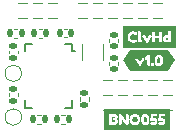
<source format=gbr>
%TF.GenerationSoftware,KiCad,Pcbnew,7.0.9-7.0.9~ubuntu22.04.1*%
%TF.CreationDate,2023-12-31T14:54:58+00:00*%
%TF.ProjectId,IMU_BNO085,494d555f-424e-44f3-9038-352e6b696361,rev?*%
%TF.SameCoordinates,Original*%
%TF.FileFunction,Legend,Top*%
%TF.FilePolarity,Positive*%
%FSLAX46Y46*%
G04 Gerber Fmt 4.6, Leading zero omitted, Abs format (unit mm)*
G04 Created by KiCad (PCBNEW 7.0.9-7.0.9~ubuntu22.04.1) date 2023-12-31 14:54:58*
%MOMM*%
%LPD*%
G01*
G04 APERTURE LIST*
G04 Aperture macros list*
%AMRoundRect*
0 Rectangle with rounded corners*
0 $1 Rounding radius*
0 $2 $3 $4 $5 $6 $7 $8 $9 X,Y pos of 4 corners*
0 Add a 4 corners polygon primitive as box body*
4,1,4,$2,$3,$4,$5,$6,$7,$8,$9,$2,$3,0*
0 Add four circle primitives for the rounded corners*
1,1,$1+$1,$2,$3*
1,1,$1+$1,$4,$5*
1,1,$1+$1,$6,$7*
1,1,$1+$1,$8,$9*
0 Add four rect primitives between the rounded corners*
20,1,$1+$1,$2,$3,$4,$5,0*
20,1,$1+$1,$4,$5,$6,$7,0*
20,1,$1+$1,$6,$7,$8,$9,0*
20,1,$1+$1,$8,$9,$2,$3,0*%
G04 Aperture macros list end*
%ADD10C,0.120000*%
%ADD11C,0.152400*%
%ADD12C,1.000000*%
%ADD13R,1.000000X1.000000*%
%ADD14RoundRect,0.135000X0.135000X0.185000X-0.135000X0.185000X-0.135000X-0.185000X0.135000X-0.185000X0*%
%ADD15RoundRect,0.135000X-0.185000X0.135000X-0.185000X-0.135000X0.185000X-0.135000X0.185000X0.135000X0*%
%ADD16RoundRect,0.135000X-0.135000X-0.185000X0.135000X-0.185000X0.135000X0.185000X-0.135000X0.185000X0*%
%ADD17R,0.500000X0.300000*%
%ADD18R,0.300000X0.500000*%
%ADD19RoundRect,0.140000X0.170000X-0.140000X0.170000X0.140000X-0.170000X0.140000X-0.170000X-0.140000X0*%
%ADD20RoundRect,0.140000X-0.170000X0.140000X-0.170000X-0.140000X0.170000X-0.140000X0.170000X0.140000X0*%
%ADD21RoundRect,0.140000X0.140000X0.170000X-0.140000X0.170000X-0.140000X-0.170000X0.140000X-0.170000X0*%
%ADD22RoundRect,0.135000X0.185000X-0.135000X0.185000X0.135000X-0.185000X0.135000X-0.185000X-0.135000X0*%
%ADD23R,1.800000X1.000000*%
G04 APERTURE END LIST*
D10*
%TO.C,TP2*%
X111700000Y-104500000D02*
G75*
G03*
X111700000Y-104500000I-700000J0D01*
G01*
%TO.C,TP1*%
X111700000Y-100800000D02*
G75*
G03*
X111700000Y-100800000I-700000J0D01*
G01*
%TO.C,J10*%
X123596000Y-94865000D02*
X122834000Y-94865000D01*
X123596000Y-96135000D02*
X122834000Y-96135000D01*
%TO.C,J19*%
X119376000Y-101365000D02*
X118614000Y-101365000D01*
X119376000Y-102635000D02*
X118614000Y-102635000D01*
%TO.C,J17*%
X118516000Y-94865000D02*
X117754000Y-94865000D01*
X118516000Y-96135000D02*
X117754000Y-96135000D01*
%TO.C,J9*%
X121916000Y-102635000D02*
X121154000Y-102635000D01*
X121916000Y-103905000D02*
X121154000Y-103905000D01*
%TO.C,J12*%
X120646000Y-102635000D02*
X119884000Y-102635000D01*
X120646000Y-103905000D02*
X119884000Y-103905000D01*
%TO.C,J6*%
X121916000Y-101365000D02*
X121154000Y-101365000D01*
X121916000Y-102635000D02*
X121154000Y-102635000D01*
%TO.C,J8*%
X124456000Y-101365000D02*
X123694000Y-101365000D01*
X124456000Y-102635000D02*
X123694000Y-102635000D01*
%TO.C,J18*%
X119786000Y-94865000D02*
X119024000Y-94865000D01*
X119786000Y-96135000D02*
X119024000Y-96135000D01*
%TO.C,J5*%
X120646000Y-101365000D02*
X119884000Y-101365000D01*
X120646000Y-102635000D02*
X119884000Y-102635000D01*
%TO.C,J1*%
X113436000Y-94865000D02*
X112674000Y-94865000D01*
X113436000Y-96135000D02*
X112674000Y-96135000D01*
%TO.C,J4*%
X114706000Y-94865000D02*
X113944000Y-94865000D01*
X114706000Y-96135000D02*
X113944000Y-96135000D01*
%TO.C,J15*%
X112166000Y-94865000D02*
X111404000Y-94865000D01*
X112166000Y-96135000D02*
X111404000Y-96135000D01*
%TO.C,J11*%
X119376000Y-102635000D02*
X118614000Y-102635000D01*
X119376000Y-103905000D02*
X118614000Y-103905000D01*
%TO.C,J16*%
X117246000Y-94865000D02*
X116484000Y-94865000D01*
X117246000Y-96135000D02*
X116484000Y-96135000D01*
%TO.C,J7*%
X123186000Y-101365000D02*
X122424000Y-101365000D01*
X123186000Y-102635000D02*
X122424000Y-102635000D01*
%TO.C,J13*%
X121056000Y-94865000D02*
X120294000Y-94865000D01*
X121056000Y-96135000D02*
X120294000Y-96135000D01*
%TO.C,J2*%
X124456000Y-102635000D02*
X123694000Y-102635000D01*
X124456000Y-103905000D02*
X123694000Y-103905000D01*
%TO.C,J14*%
X122326000Y-94865000D02*
X121564000Y-94865000D01*
X122326000Y-96135000D02*
X121564000Y-96135000D01*
%TO.C,J3*%
X123186000Y-102635000D02*
X122424000Y-102635000D01*
X123186000Y-103905000D02*
X122424000Y-103905000D01*
%TO.C,kibuzzard-65916B8F*%
G36*
X124701192Y-99700000D02*
G01*
X124098083Y-100604663D01*
X123674750Y-100604663D01*
X123321690Y-100604663D01*
X122791465Y-100604663D01*
X122469520Y-100604663D01*
X121713235Y-100604663D01*
X121325250Y-100604663D01*
X120901917Y-100604663D01*
X120298808Y-99700000D01*
X120369081Y-99594590D01*
X121325250Y-99594590D01*
X121350650Y-99663170D01*
X121614810Y-100115290D01*
X121626240Y-100129260D01*
X121661165Y-100156565D01*
X121713235Y-100169900D01*
X121768480Y-100152755D01*
X121809120Y-100114020D01*
X122072010Y-99663170D01*
X122097410Y-99593320D01*
X122080900Y-99550140D01*
X122056135Y-99529820D01*
X122135510Y-99529820D01*
X122175515Y-99608560D01*
X122252350Y-99653010D01*
X122341250Y-99613640D01*
X122357760Y-99598400D01*
X122357760Y-100051790D01*
X122359665Y-100098145D01*
X122371730Y-100133070D01*
X122405702Y-100157835D01*
X122469520Y-100166090D01*
X122534925Y-100157517D01*
X122568580Y-100131800D01*
X122580645Y-100098145D01*
X122582550Y-100054330D01*
X122582550Y-100049250D01*
X122665100Y-100049250D01*
X122689865Y-100140690D01*
X122727647Y-100158788D01*
X122791465Y-100164820D01*
X122853854Y-100155613D01*
X122887350Y-100127990D01*
X122900685Y-100093065D01*
X122902590Y-100047980D01*
X122902590Y-100042900D01*
X122881000Y-99954000D01*
X122839884Y-99933998D01*
X122774955Y-99927330D01*
X122712566Y-99936855D01*
X122679070Y-99965430D01*
X122667005Y-99999720D01*
X122665100Y-100044170D01*
X122665100Y-100049250D01*
X122582550Y-100049250D01*
X122582550Y-99698730D01*
X122966090Y-99698730D01*
X122970182Y-99787771D01*
X122982459Y-99870321D01*
X123002920Y-99946380D01*
X123030384Y-100010198D01*
X123064515Y-100064490D01*
X123109282Y-100110051D01*
X123168655Y-100147675D01*
X123240251Y-100172916D01*
X123321690Y-100181330D01*
X123402811Y-100173075D01*
X123473455Y-100148310D01*
X123531716Y-100110845D01*
X123575690Y-100064490D01*
X123619029Y-99991227D01*
X123649985Y-99906058D01*
X123668559Y-99808982D01*
X123674750Y-99700000D01*
X123670517Y-99616039D01*
X123657817Y-99535182D01*
X123636650Y-99457430D01*
X123610139Y-99393295D01*
X123576325Y-99338050D01*
X123531875Y-99291378D01*
X123473455Y-99252960D01*
X123402494Y-99227242D01*
X123320420Y-99218670D01*
X123238029Y-99227401D01*
X123166115Y-99253595D01*
X123106901Y-99292647D01*
X123062610Y-99339955D01*
X123027526Y-99401074D01*
X122995935Y-99481560D01*
X122979354Y-99545766D01*
X122969406Y-99618156D01*
X122966090Y-99698730D01*
X122582550Y-99698730D01*
X122582550Y-99346940D01*
X122576200Y-99279630D01*
X122558420Y-99252325D01*
X122525400Y-99237720D01*
X122465075Y-99231370D01*
X122393320Y-99264390D01*
X122389510Y-99266930D01*
X122181230Y-99454890D01*
X122135510Y-99529820D01*
X122056135Y-99529820D01*
X122031370Y-99509500D01*
X121961520Y-99482830D01*
X121920880Y-99493625D01*
X121898655Y-99515215D01*
X121877700Y-99550140D01*
X121711330Y-99870180D01*
X121544960Y-99550140D01*
X121511305Y-99498705D01*
X121467490Y-99481560D01*
X121391290Y-99509500D01*
X121341760Y-99550458D01*
X121325250Y-99594590D01*
X120369081Y-99594590D01*
X120901917Y-98795337D01*
X121325250Y-98795337D01*
X123674750Y-98795337D01*
X124098083Y-98795337D01*
X124701192Y-99700000D01*
G37*
G36*
X123377094Y-99459414D02*
G01*
X123417575Y-99507278D01*
X123441864Y-99587049D01*
X123449960Y-99698730D01*
X123449960Y-99706350D01*
X123441784Y-99815253D01*
X123417257Y-99893040D01*
X123376379Y-99939713D01*
X123319150Y-99955270D01*
X123263032Y-99939276D01*
X123222947Y-99891294D01*
X123198897Y-99811323D01*
X123190880Y-99699365D01*
X123198976Y-99587407D01*
X123223265Y-99507436D01*
X123263746Y-99459454D01*
X123320420Y-99443460D01*
X123377094Y-99459414D01*
G37*
%TO.C,kibuzzard-65916AA3*%
G36*
X124070355Y-97775565D02*
G01*
X124100200Y-97852400D01*
X124069085Y-97927965D01*
X123990980Y-97962255D01*
X123910970Y-97927965D01*
X123877950Y-97851765D01*
X123908430Y-97774930D01*
X123989710Y-97740005D01*
X124070355Y-97775565D01*
G37*
G36*
X124749593Y-98621808D02*
G01*
X124326260Y-98621808D01*
X124204975Y-98621808D01*
X123453770Y-98621808D01*
X122326645Y-98621808D01*
X121819280Y-98621808D01*
X121159515Y-98621808D01*
X120673740Y-98621808D01*
X120250407Y-98621808D01*
X120250407Y-97715875D01*
X120673740Y-97715875D01*
X120682154Y-97811284D01*
X120707395Y-97899390D01*
X120745654Y-97976225D01*
X120793120Y-98037820D01*
X120848524Y-98087668D01*
X120910595Y-98129260D01*
X120975047Y-98161328D01*
X121037595Y-98182600D01*
X121098872Y-98194506D01*
X121159515Y-98198475D01*
X121220951Y-98193395D01*
X121284610Y-98178155D01*
X121370335Y-98145135D01*
X121414150Y-98118465D01*
X121454155Y-98086715D01*
X121471300Y-98042265D01*
X121443360Y-97971145D01*
X121399227Y-97917805D01*
X121555120Y-97917805D01*
X121564010Y-98035280D01*
X121590680Y-98115925D01*
X121637035Y-98158153D01*
X121717680Y-98180695D01*
X121819280Y-98186410D01*
X121875160Y-98173075D01*
X121894210Y-98139737D01*
X121900560Y-98075285D01*
X121875160Y-97985115D01*
X121853570Y-97974320D01*
X121818645Y-97972415D01*
X121784990Y-97960350D01*
X121777370Y-97902565D01*
X121777370Y-97616815D01*
X121938660Y-97616815D01*
X121964060Y-97685395D01*
X122228220Y-98137515D01*
X122239650Y-98151485D01*
X122274575Y-98178790D01*
X122326645Y-98192125D01*
X122381890Y-98174980D01*
X122422530Y-98136245D01*
X122460297Y-98071475D01*
X122780670Y-98071475D01*
X122788290Y-98137515D01*
X122821945Y-98172757D01*
X122892430Y-98184505D01*
X122957835Y-98175933D01*
X122991490Y-98150215D01*
X123003555Y-98116560D01*
X123005460Y-98072745D01*
X123005460Y-97813665D01*
X123342010Y-97813665D01*
X123342010Y-98071475D01*
X123349630Y-98137515D01*
X123383285Y-98172757D01*
X123453770Y-98184505D01*
X123519175Y-98175933D01*
X123552830Y-98150215D01*
X123564895Y-98116560D01*
X123566800Y-98072745D01*
X123566800Y-97851130D01*
X123655700Y-97851130D01*
X123666142Y-97935938D01*
X123697469Y-98013408D01*
X123749680Y-98083540D01*
X123814591Y-98138926D01*
X123884018Y-98172158D01*
X123957960Y-98183235D01*
X124042732Y-98167995D01*
X124106550Y-98122275D01*
X124136236Y-98168947D01*
X124204975Y-98184505D01*
X124275936Y-98175933D01*
X124312290Y-98150215D01*
X124324355Y-98117830D01*
X124326260Y-98074015D01*
X124326260Y-97315825D01*
X124324355Y-97272010D01*
X124312925Y-97238355D01*
X124279270Y-97211685D01*
X124215135Y-97204065D01*
X124151000Y-97211685D01*
X124117345Y-97237720D01*
X124105915Y-97270740D01*
X124104010Y-97314555D01*
X124104010Y-97581255D01*
X124041463Y-97533630D01*
X123957960Y-97517755D01*
X123884653Y-97528903D01*
X123815438Y-97562346D01*
X123750315Y-97618085D01*
X123697751Y-97688570D01*
X123666213Y-97766252D01*
X123655700Y-97851130D01*
X123566800Y-97851130D01*
X123566800Y-97367895D01*
X123560450Y-97301855D01*
X123542670Y-97276455D01*
X123509650Y-97261215D01*
X123451230Y-97254865D01*
X123390270Y-97262485D01*
X123355980Y-97289155D01*
X123343915Y-97322810D01*
X123342010Y-97366625D01*
X123342010Y-97626975D01*
X123005460Y-97626975D01*
X123005460Y-97367895D01*
X122999110Y-97301855D01*
X122964502Y-97266612D01*
X122893700Y-97254865D01*
X122828295Y-97263437D01*
X122794640Y-97289155D01*
X122782575Y-97322810D01*
X122780670Y-97366625D01*
X122780670Y-98071475D01*
X122460297Y-98071475D01*
X122685420Y-97685395D01*
X122710820Y-97615545D01*
X122694310Y-97572365D01*
X122644780Y-97531725D01*
X122574930Y-97505055D01*
X122534290Y-97515850D01*
X122512065Y-97537440D01*
X122491110Y-97572365D01*
X122324740Y-97892405D01*
X122158370Y-97572365D01*
X122124715Y-97520930D01*
X122080900Y-97503785D01*
X122004700Y-97531725D01*
X121955170Y-97572682D01*
X121938660Y-97616815D01*
X121777370Y-97616815D01*
X121777370Y-97314555D01*
X121775465Y-97270105D01*
X121763400Y-97235815D01*
X121729745Y-97210097D01*
X121666880Y-97201525D01*
X121601475Y-97210097D01*
X121567820Y-97235815D01*
X121557025Y-97269470D01*
X121555120Y-97313285D01*
X121555120Y-97917805D01*
X121399227Y-97917805D01*
X121358270Y-97900025D01*
X121297310Y-97925425D01*
X121274450Y-97941935D01*
X121224285Y-97962255D01*
X121149990Y-97972415D01*
X121067757Y-97958445D01*
X120988700Y-97916535D01*
X120923930Y-97836525D01*
X120904880Y-97782391D01*
X120898530Y-97721590D01*
X120904880Y-97660789D01*
X120923930Y-97606655D01*
X120987430Y-97527915D01*
X121068075Y-97485052D01*
X121149990Y-97470765D01*
X121230000Y-97481560D01*
X121292230Y-97513945D01*
X121357000Y-97541885D01*
X121398910Y-97524740D01*
X121445900Y-97473305D01*
X121472570Y-97402820D01*
X121439550Y-97342495D01*
X121403990Y-97319635D01*
X121373510Y-97301855D01*
X121280165Y-97264390D01*
X121219046Y-97250579D01*
X121158880Y-97245975D01*
X121075201Y-97253595D01*
X120991804Y-97276455D01*
X120908690Y-97314555D01*
X120846301Y-97354401D01*
X120791215Y-97402820D01*
X120744384Y-97462510D01*
X120706760Y-97536170D01*
X120681995Y-97621419D01*
X120673740Y-97715875D01*
X120250407Y-97715875D01*
X120250407Y-96778192D01*
X120673740Y-96778192D01*
X124326260Y-96778192D01*
X124749593Y-96778192D01*
X124749593Y-98621808D01*
G37*
%TO.C,kibuzzard-65916A49*%
G36*
X119588015Y-104468860D02*
G01*
X119608970Y-104513310D01*
X119605160Y-104559030D01*
X119544200Y-104585700D01*
X119466095Y-104603480D01*
X119442600Y-104676505D01*
X119465460Y-104749530D01*
X119534040Y-104767310D01*
X119605160Y-104777470D01*
X119628655Y-104802870D01*
X119635640Y-104851130D01*
X119615637Y-104915900D01*
X119555630Y-104937490D01*
X119347350Y-104937490D01*
X119347350Y-104456160D01*
X119525150Y-104456160D01*
X119588015Y-104468860D01*
G37*
G36*
X122233584Y-104459414D02*
G01*
X122274065Y-104507278D01*
X122298354Y-104587049D01*
X122306450Y-104698730D01*
X122306450Y-104706350D01*
X122298274Y-104815253D01*
X122273747Y-104893040D01*
X122232869Y-104939713D01*
X122175640Y-104955270D01*
X122119522Y-104939276D01*
X122079437Y-104891294D01*
X122055387Y-104811323D01*
X122047370Y-104699365D01*
X122055466Y-104587407D01*
X122079755Y-104507436D01*
X122120236Y-104459454D01*
X122176910Y-104443460D01*
X122233584Y-104459414D01*
G37*
G36*
X121383954Y-104463463D02*
G01*
X121461265Y-104515850D01*
X121501834Y-104567497D01*
X121526176Y-104629303D01*
X121534290Y-104701270D01*
X121526247Y-104773096D01*
X121502117Y-104834479D01*
X121461900Y-104885420D01*
X121385065Y-104936855D01*
X121299340Y-104954000D01*
X121213456Y-104936379D01*
X121136145Y-104883515D01*
X121095576Y-104831798D01*
X121071234Y-104770626D01*
X121063120Y-104700000D01*
X121071163Y-104629374D01*
X121095293Y-104568202D01*
X121135510Y-104516485D01*
X121212345Y-104463621D01*
X121298070Y-104446000D01*
X121383954Y-104463463D01*
G37*
G36*
X124300773Y-105604663D02*
G01*
X123877440Y-105604663D01*
X123558670Y-105604663D01*
X122885570Y-105604663D01*
X122178180Y-105604663D01*
X121301880Y-105604663D01*
X120642750Y-105604663D01*
X119568330Y-105604663D01*
X119122560Y-105604663D01*
X118699227Y-105604663D01*
X118699227Y-105047980D01*
X119122560Y-105047980D01*
X119130180Y-105114020D01*
X119163835Y-105150215D01*
X119234320Y-105162280D01*
X119568330Y-105162280D01*
X119644742Y-105152755D01*
X119713110Y-105124180D01*
X119773435Y-105076555D01*
X119793341Y-105050520D01*
X119942980Y-105050520D01*
X119944885Y-105094970D01*
X119956950Y-105129260D01*
X119989970Y-105154978D01*
X120053470Y-105163550D01*
X120118875Y-105154978D01*
X120152530Y-105129260D01*
X120164595Y-105096240D01*
X120166500Y-105051790D01*
X120166500Y-104633960D01*
X120201989Y-104680244D01*
X120248344Y-104741204D01*
X120305565Y-104816840D01*
X120373651Y-104907151D01*
X120452603Y-105012138D01*
X120542420Y-105131800D01*
X120574170Y-105155930D01*
X120642750Y-105163550D01*
X120708155Y-105154978D01*
X120741810Y-105129260D01*
X120753875Y-105096240D01*
X120755780Y-105051790D01*
X120755780Y-104706350D01*
X120838330Y-104706350D01*
X120846783Y-104799536D01*
X120872144Y-104886055D01*
X120914411Y-104965906D01*
X120973585Y-105039090D01*
X121044824Y-105100209D01*
X121123286Y-105143865D01*
X121208972Y-105170059D01*
X121301880Y-105178790D01*
X121394590Y-105169940D01*
X121479680Y-105143389D01*
X121557150Y-105099137D01*
X121627000Y-105037185D01*
X121684785Y-104962652D01*
X121726060Y-104880658D01*
X121750825Y-104791202D01*
X121758701Y-104698730D01*
X121822580Y-104698730D01*
X121826672Y-104787771D01*
X121838949Y-104870321D01*
X121859410Y-104946380D01*
X121886874Y-105010198D01*
X121921005Y-105064490D01*
X121965772Y-105110051D01*
X122025145Y-105147675D01*
X122096741Y-105172916D01*
X122178180Y-105181330D01*
X122259301Y-105173075D01*
X122329945Y-105148310D01*
X122388206Y-105110845D01*
X122432180Y-105064490D01*
X122462982Y-105012420D01*
X122582040Y-105012420D01*
X122630300Y-105088620D01*
X122640460Y-105097510D01*
X122672210Y-105121640D01*
X122738250Y-105154801D01*
X122809370Y-105174698D01*
X122885570Y-105181330D01*
X122971224Y-105170817D01*
X123047001Y-105139279D01*
X123112900Y-105086715D01*
X123163700Y-105019546D01*
X123166582Y-105012420D01*
X123255140Y-105012420D01*
X123303400Y-105088620D01*
X123313560Y-105097510D01*
X123345310Y-105121640D01*
X123411350Y-105154801D01*
X123482470Y-105174698D01*
X123558670Y-105181330D01*
X123644324Y-105170817D01*
X123720101Y-105139279D01*
X123786000Y-105086715D01*
X123836800Y-105019546D01*
X123867280Y-104944193D01*
X123877440Y-104860655D01*
X123866716Y-104777541D01*
X123834542Y-104703457D01*
X123780920Y-104638405D01*
X123713892Y-104587958D01*
X123641502Y-104557689D01*
X123563750Y-104547600D01*
X123519300Y-104550140D01*
X123532000Y-104453620D01*
X123754250Y-104453620D01*
X123795525Y-104451715D01*
X123826640Y-104439650D01*
X123850453Y-104408218D01*
X123858390Y-104346940D01*
X123849818Y-104279630D01*
X123824100Y-104245340D01*
X123791080Y-104233275D01*
X123746630Y-104231370D01*
X123627250Y-104231370D01*
X123434210Y-104230100D01*
X123382775Y-104242165D01*
X123349755Y-104269470D01*
X123331340Y-104303760D01*
X123322450Y-104330430D01*
X123315147Y-104383135D01*
X123295780Y-104526010D01*
X123276730Y-104671108D01*
X123270380Y-104730480D01*
X123284350Y-104761595D01*
X123343405Y-104800330D01*
X123423415Y-104824460D01*
X123492630Y-104795250D01*
X123553590Y-104772390D01*
X123621535Y-104797155D01*
X123651380Y-104864465D01*
X123624075Y-104931140D01*
X123540255Y-104955270D01*
X123460880Y-104928600D01*
X123375790Y-104887960D01*
X123302130Y-104929870D01*
X123255140Y-105012420D01*
X123166582Y-105012420D01*
X123194180Y-104944193D01*
X123204340Y-104860655D01*
X123193616Y-104777541D01*
X123161442Y-104703457D01*
X123107820Y-104638405D01*
X123040792Y-104587958D01*
X122968402Y-104557689D01*
X122890650Y-104547600D01*
X122846200Y-104550140D01*
X122858900Y-104453620D01*
X123081150Y-104453620D01*
X123122425Y-104451715D01*
X123153540Y-104439650D01*
X123177353Y-104408218D01*
X123185290Y-104346940D01*
X123176718Y-104279630D01*
X123151000Y-104245340D01*
X123117980Y-104233275D01*
X123073530Y-104231370D01*
X122954150Y-104231370D01*
X122761110Y-104230100D01*
X122709675Y-104242165D01*
X122676655Y-104269470D01*
X122658240Y-104303760D01*
X122649350Y-104330430D01*
X122642047Y-104383135D01*
X122622680Y-104526010D01*
X122603630Y-104671108D01*
X122597280Y-104730480D01*
X122611250Y-104761595D01*
X122670305Y-104800330D01*
X122750315Y-104824460D01*
X122819530Y-104795250D01*
X122880490Y-104772390D01*
X122948435Y-104797155D01*
X122978280Y-104864465D01*
X122950975Y-104931140D01*
X122867155Y-104955270D01*
X122787780Y-104928600D01*
X122702690Y-104887960D01*
X122629030Y-104929870D01*
X122582040Y-105012420D01*
X122462982Y-105012420D01*
X122475519Y-104991227D01*
X122506475Y-104906058D01*
X122525049Y-104808982D01*
X122531240Y-104700000D01*
X122527007Y-104616039D01*
X122514307Y-104535182D01*
X122493140Y-104457430D01*
X122466629Y-104393295D01*
X122432815Y-104338050D01*
X122388365Y-104291378D01*
X122329945Y-104252960D01*
X122258984Y-104227242D01*
X122176910Y-104218670D01*
X122094519Y-104227401D01*
X122022605Y-104253595D01*
X121963391Y-104292647D01*
X121919100Y-104339955D01*
X121884016Y-104401074D01*
X121852425Y-104481560D01*
X121835844Y-104545766D01*
X121825896Y-104618156D01*
X121822580Y-104698730D01*
X121758701Y-104698730D01*
X121759080Y-104694285D01*
X121750428Y-104597725D01*
X121724472Y-104509341D01*
X121681213Y-104429133D01*
X121620650Y-104357100D01*
X121548339Y-104297648D01*
X121469837Y-104255183D01*
X121385144Y-104229703D01*
X121294260Y-104221210D01*
X121207900Y-104230100D01*
X121124080Y-104256770D01*
X121046292Y-104298998D01*
X120978030Y-104354560D01*
X120920880Y-104424251D01*
X120876430Y-104508865D01*
X120847855Y-104604274D01*
X120838330Y-104706350D01*
X120755780Y-104706350D01*
X120755780Y-104346940D01*
X120748160Y-104282170D01*
X120732285Y-104255500D01*
X120699265Y-104240260D01*
X120640845Y-104233910D01*
X120580520Y-104241530D01*
X120544325Y-104271375D01*
X120532260Y-104341860D01*
X120532260Y-104771120D01*
X120497264Y-104725294D01*
X120452391Y-104665710D01*
X120397640Y-104592368D01*
X120333011Y-104505267D01*
X120258504Y-104404408D01*
X120174120Y-104289790D01*
X120144910Y-104256770D01*
X120113795Y-104240895D01*
X120053470Y-104233910D01*
X119991240Y-104241530D01*
X119955045Y-104271375D01*
X119942980Y-104341860D01*
X119942980Y-105050520D01*
X119793341Y-105050520D01*
X119820637Y-105014819D01*
X119849635Y-104943911D01*
X119860430Y-104863830D01*
X119852104Y-104792569D01*
X119827128Y-104726106D01*
X119785500Y-104664440D01*
X119821695Y-104591097D01*
X119833760Y-104510770D01*
X119824588Y-104437392D01*
X119797071Y-104371352D01*
X119751210Y-104312650D01*
X119694483Y-104267494D01*
X119629290Y-104240401D01*
X119555630Y-104231370D01*
X119235590Y-104231370D01*
X119170185Y-104239943D01*
X119136530Y-104265660D01*
X119124465Y-104298680D01*
X119122560Y-104343130D01*
X119122560Y-105047980D01*
X118699227Y-105047980D01*
X118699227Y-103795337D01*
X119122560Y-103795337D01*
X123877440Y-103795337D01*
X124300773Y-103795337D01*
X124300773Y-105604663D01*
G37*
%TO.C,R3*%
X113453641Y-97020000D02*
X113146359Y-97020000D01*
X113453641Y-97780000D02*
X113146359Y-97780000D01*
%TO.C,R5*%
X115353641Y-104320000D02*
X115046359Y-104320000D01*
X115353641Y-105080000D02*
X115046359Y-105080000D01*
%TO.C,R6*%
X110620000Y-102446359D02*
X110620000Y-102753641D01*
X111380000Y-102446359D02*
X111380000Y-102753641D01*
%TO.C,R2*%
X111046359Y-97790000D02*
X111353641Y-97790000D01*
X111046359Y-97030000D02*
X111353641Y-97030000D01*
D11*
%TO.C,U1*%
X112000000Y-103700000D02*
X112600000Y-103700000D01*
X115400000Y-103700000D02*
X116000000Y-103700000D01*
X116000000Y-103700000D02*
X116000000Y-103100000D01*
X112000000Y-103100000D02*
X112000000Y-103700000D01*
X116000000Y-98900000D02*
X116200000Y-98900000D01*
X116000000Y-98900000D02*
X116000000Y-98300000D01*
X112000000Y-98300000D02*
X112000000Y-98900000D01*
X112600000Y-98300000D02*
X112000000Y-98300000D01*
X116000000Y-98300000D02*
X115400000Y-98300000D01*
D10*
%TO.C,C2*%
X111360000Y-99107836D02*
X111360000Y-98892164D01*
X110640000Y-99107836D02*
X110640000Y-98892164D01*
%TO.C,C3*%
X119860000Y-97912164D02*
X119860000Y-98127836D01*
X119140000Y-97912164D02*
X119140000Y-98127836D01*
%TO.C,C1*%
X115507836Y-97040000D02*
X115292164Y-97040000D01*
X115507836Y-97760000D02*
X115292164Y-97760000D01*
%TO.C,C4*%
X119140000Y-100087836D02*
X119140000Y-99872164D01*
X119860000Y-100087836D02*
X119860000Y-99872164D01*
%TO.C,R4*%
X117380000Y-103153641D02*
X117380000Y-102846359D01*
X116620000Y-103153641D02*
X116620000Y-102846359D01*
%TO.C,Y1*%
X118575000Y-98325000D02*
X118575000Y-99675000D01*
X116825000Y-98325000D02*
X116825000Y-99675000D01*
%TO.C,R1*%
X113046359Y-105080000D02*
X113353641Y-105080000D01*
X113046359Y-104320000D02*
X113353641Y-104320000D01*
%TD*%
%LPC*%
D12*
%TO.C,TP2*%
X111000000Y-104500000D03*
%TD*%
%TO.C,TP1*%
X111000000Y-100800000D03*
%TD*%
D13*
%TO.C,J10*%
X123215000Y-95500000D03*
%TD*%
%TO.C,J19*%
X118995000Y-102000000D03*
%TD*%
%TO.C,J17*%
X118135000Y-95500000D03*
%TD*%
%TO.C,J9*%
X121535000Y-103270000D03*
%TD*%
%TO.C,J12*%
X120265000Y-103270000D03*
%TD*%
%TO.C,J6*%
X121535000Y-102000000D03*
%TD*%
%TO.C,J8*%
X124075000Y-102000000D03*
%TD*%
%TO.C,J18*%
X119405000Y-95500000D03*
%TD*%
%TO.C,J5*%
X120265000Y-102000000D03*
%TD*%
%TO.C,J1*%
X113055000Y-95500000D03*
%TD*%
%TO.C,J4*%
X114325000Y-95500000D03*
%TD*%
%TO.C,J15*%
X111785000Y-95500000D03*
%TD*%
%TO.C,J11*%
X118995000Y-103270000D03*
%TD*%
%TO.C,J16*%
X116865000Y-95500000D03*
%TD*%
%TO.C,J7*%
X122805000Y-102000000D03*
%TD*%
%TO.C,J13*%
X120675000Y-95500000D03*
%TD*%
%TO.C,J2*%
X124075000Y-103270000D03*
%TD*%
%TO.C,J14*%
X121945000Y-95500000D03*
%TD*%
%TO.C,J3*%
X122805000Y-103270000D03*
%TD*%
D14*
%TO.C,R3*%
X112790000Y-97400000D03*
X113810000Y-97400000D03*
%TD*%
%TO.C,R5*%
X114690000Y-104700000D03*
X115710000Y-104700000D03*
%TD*%
D15*
%TO.C,R6*%
X111000000Y-103110000D03*
X111000000Y-102090000D03*
%TD*%
D16*
%TO.C,R2*%
X111710000Y-97410000D03*
X110690000Y-97410000D03*
%TD*%
D17*
%TO.C,U1*%
X115562500Y-99250000D03*
X115562500Y-99750000D03*
X115562500Y-100250000D03*
X115562500Y-100750000D03*
X115562500Y-101250000D03*
X115562500Y-101750000D03*
X115562500Y-102250000D03*
X115562500Y-102750000D03*
X115562500Y-103250000D03*
D18*
X114750000Y-103262500D03*
X114250000Y-103262500D03*
X113750000Y-103262500D03*
X113250000Y-103262500D03*
D17*
X112437500Y-103250000D03*
X112437500Y-102750000D03*
X112437500Y-102250000D03*
X112437500Y-101750000D03*
X112437500Y-101250000D03*
X112437500Y-100750000D03*
X112437500Y-100250000D03*
X112437500Y-99750000D03*
X112437500Y-99250000D03*
X112437500Y-98750000D03*
D18*
X113250000Y-98737500D03*
X113750000Y-98737500D03*
X114250000Y-98737500D03*
X114750000Y-98737500D03*
D17*
X115562500Y-98750000D03*
%TD*%
D19*
%TO.C,C2*%
X111000000Y-98520000D03*
X111000000Y-99480000D03*
%TD*%
D20*
%TO.C,C3*%
X119500000Y-97540000D03*
X119500000Y-98500000D03*
%TD*%
D21*
%TO.C,C1*%
X114920000Y-97400000D03*
X115880000Y-97400000D03*
%TD*%
D19*
%TO.C,C4*%
X119500000Y-100460000D03*
X119500000Y-99500000D03*
%TD*%
D22*
%TO.C,R4*%
X117000000Y-102490000D03*
X117000000Y-103510000D03*
%TD*%
D23*
%TO.C,Y1*%
X117700000Y-100250000D03*
X117700000Y-97750000D03*
%TD*%
D16*
%TO.C,R1*%
X113710000Y-104700000D03*
X112690000Y-104700000D03*
%TD*%
%LPD*%
M02*

</source>
